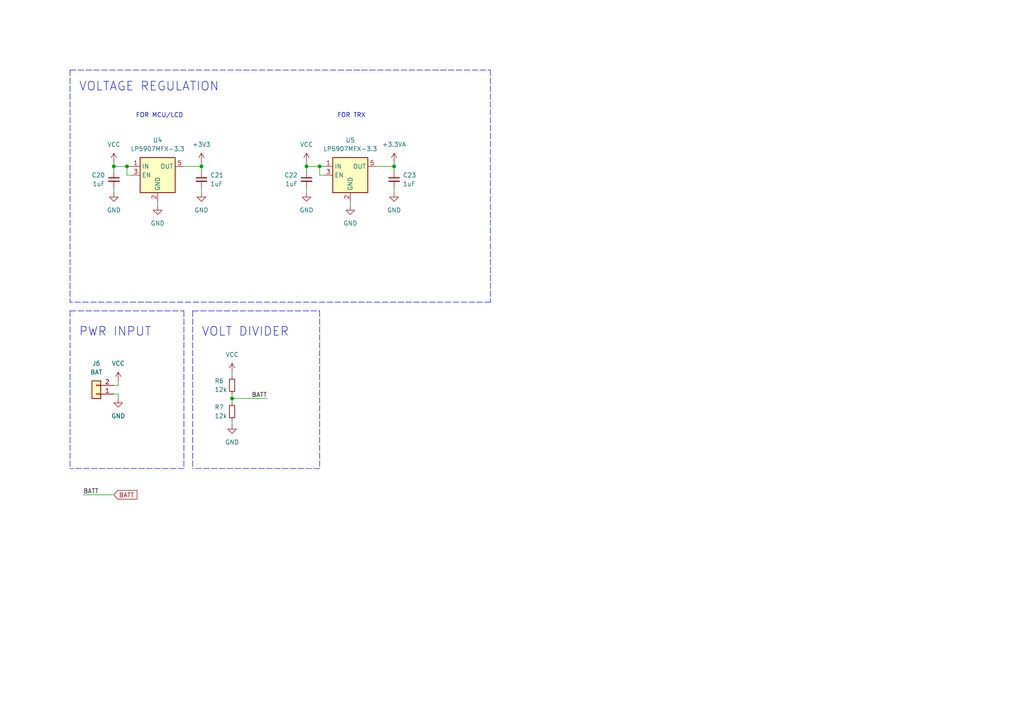
<source format=kicad_sch>
(kicad_sch (version 20211123) (generator eeschema)
  (paper "A4")
  (lib_symbols
    (symbol "Connector_Generic:Conn_01x02" (pin_names (offset 1.016) hide)
      (property "Reference" "J" (at 0 2.54 0))
      (property "Value" "Conn_01x02" (at 0 -5.08 0))
      (symbol "Conn_01x02_1_1"
        (rectangle (start -1.27 -2.413) (end 0 -2.667) (stroke (width 0.1524)))
        (rectangle (start -1.27 0.127) (end 0 -0.127) (stroke (width 0.1524)))
        (rectangle (start -1.27 1.27) (end 1.27 -3.81) (stroke (width 0.254)) (fill (type background)))
        (pin passive line (at -5.08 0 0) (length 3.81) (name "Pin_1") (number "1"))
        (pin passive line (at -5.08 -2.54 0) (length 3.81) (name "Pin_2") (number "2"))
      )
    )
    (symbol "Device:C_Small" (pin_numbers hide) (pin_names (offset 0.254) hide)
      (property "Reference" "C" (at 0.254 1.778 0))
      (property "Value" "C_Small" (at 0.254 -2.032 0))
      (symbol "C_Small_0_1"
        (polyline (pts (xy -1.524 -0.508) (xy 1.524 -0.508)) (stroke (width 0.3302)))
        (polyline (pts (xy -1.524 0.508) (xy 1.524 0.508)) (stroke (width 0.3048)))
      )
      (symbol "C_Small_1_1"
        (pin passive line (at 0 2.54 270) (length 2.032) (name "~") (number "1"))
        (pin passive line (at 0 -2.54 90) (length 2.032) (name "~") (number "2"))
      )
    )
    (symbol "Device:R_Small" (pin_numbers hide) (pin_names (offset 0.254) hide)
      (property "Reference" "R" (at 0.762 0.508 0))
      (property "Value" "R_Small" (at 0.762 -1.016 0))
      (symbol "R_Small_0_1"
        (rectangle (start -0.762 1.778) (end 0.762 -1.778) (stroke (width 0.2032)))
      )
      (symbol "R_Small_1_1"
        (pin passive line (at 0 2.54 270) (length 0.762) (name "~") (number "1"))
        (pin passive line (at 0 -2.54 90) (length 0.762) (name "~") (number "2"))
      )
    )
    (symbol "Regulator_Linear:LP5907MFX-3.3"
      (property "Reference" "U" (at -3.81 6.35 0))
      (property "Value" "LP5907MFX-3.3" (at 6.35 6.35 0))
      (symbol "LP5907MFX-3.3_0_1"
        (rectangle (start -5.08 -5.08) (end 5.08 5.08) (stroke (width 0.254)) (fill (type background)))
        (pin power_in line (at -7.62 2.54 0) (length 2.54) (name "IN") (number "1"))
        (pin power_in line (at 0 -7.62 90) (length 2.54) (name "GND") (number "2"))
        (pin input line (at -7.62 0 0) (length 2.54) (name "EN") (number "3"))
        (pin no_connect line (at 5.08 0 180) (length 2.54) hide (name "NC") (number "4"))
        (pin power_out line (at 7.62 2.54 180) (length 2.54) (name "OUT") (number "5"))
      )
    )
    (symbol "power:+3.3V" (power) (pin_names (offset 0))
      (property "Value" "+3.3V" (at 0 3.556 0))
      (symbol "+3.3V_0_1"
        (polyline (pts (xy -0.762 1.27) (xy 0 2.54)))
        (polyline (pts (xy 0 0) (xy 0 2.54)))
        (polyline (pts (xy 0 2.54) (xy 0.762 1.27)))
      )
      (symbol "+3.3V_1_1"
        (pin power_in line (at 0 0 90) (length 0) hide (name "+3V3") (number "1"))
      )
    )
    (symbol "power:+3.3VA" (power) (pin_names (offset 0))
      (property "Value" "+3.3VA" (at 0 3.556 0))
      (symbol "+3.3VA_0_1"
        (polyline (pts (xy -0.762 1.27) (xy 0 2.54)))
        (polyline (pts (xy 0 0) (xy 0 2.54)))
        (polyline (pts (xy 0 2.54) (xy 0.762 1.27)))
      )
      (symbol "+3.3VA_1_1"
        (pin power_in line (at 0 0 90) (length 0) hide (name "+3.3VA") (number "1"))
      )
    )
    (symbol "power:GND" (power) (pin_names (offset 0))
      (property "Value" "GND" (at 0 -3.81 0))
      (symbol "GND_0_1"
        (polyline (pts (xy 0 0) (xy 0 -1.27) (xy 1.27 -1.27) (xy 0 -2.54) (xy -1.27 -1.27) (xy 0 -1.27)))
      )
      (symbol "GND_1_1"
        (pin power_in line (at 0 0 270) (length 0) hide (name "GND") (number "1"))
      )
    )
    (symbol "power:VCC" (power) (pin_names (offset 0))
      (property "Value" "VCC" (at 0 3.81 0))
      (symbol "VCC_0_1"
        (polyline (pts (xy -0.762 1.27) (xy 0 2.54)))
        (polyline (pts (xy 0 0) (xy 0 2.54)))
        (polyline (pts (xy 0 2.54) (xy 0.762 1.27)))
      )
      (symbol "VCC_1_1"
        (pin power_in line (at 0 0 90) (length 0) hide (name "VCC") (number "1"))
      )
    )
  )
  (junction (at 36.83 48.26))
  (junction (at 67.31 115.57))
  (junction (at 58.42 48.26))
  (junction (at 33.02 48.26))
  (junction (at 114.3 48.26))
  (junction (at 88.9 48.26))
  (junction (at 92.71 48.26))
  (polyline (pts (xy 20.32 20.32) (xy 20.32 87.63)))
  (wire (pts (xy 67.31 121.92) (xy 67.31 123.19)))
  (wire (pts (xy 33.02 54.61) (xy 33.02 55.88)))
  (wire (pts (xy 33.02 46.99) (xy 33.02 48.26)))
  (polyline (pts (xy 20.32 20.32) (xy 142.24 20.32)))
  (wire (pts (xy 53.34 48.26) (xy 58.42 48.26)))
  (polyline (pts (xy 20.32 90.17) (xy 20.32 135.89)))
  (wire (pts (xy 88.9 48.26) (xy 92.71 48.26)))
  (wire (pts (xy 109.22 48.26) (xy 114.3 48.26)))
  (wire (pts (xy 58.42 48.26) (xy 58.42 46.99)))
  (polyline (pts (xy 20.32 90.17) (xy 53.34 90.17)))
  (wire (pts (xy 67.31 115.57) (xy 67.31 116.84)))
  (wire (pts (xy 58.42 48.26) (xy 58.42 49.53)))
  (polyline (pts (xy 53.34 135.89) (xy 20.32 135.89)))
  (wire (pts (xy 101.6 58.42) (xy 101.6 59.69)))
  (wire (pts (xy 33.02 48.26) (xy 36.83 48.26)))
  (wire (pts (xy 33.02 48.26) (xy 33.02 49.53)))
  (wire (pts (xy 67.31 115.57) (xy 77.47 115.57)))
  (wire (pts (xy 34.29 111.76) (xy 33.02 111.76)))
  (wire (pts (xy 88.9 54.61) (xy 88.9 55.88)))
  (polyline (pts (xy 92.71 90.17) (xy 92.71 135.89)))
  (wire (pts (xy 34.29 115.57) (xy 34.29 114.3)))
  (wire (pts (xy 36.83 48.26) (xy 38.1 48.26)))
  (wire (pts (xy 114.3 54.61) (xy 114.3 55.88)))
  (wire (pts (xy 114.3 48.26) (xy 114.3 49.53)))
  (wire (pts (xy 88.9 46.99) (xy 88.9 48.26)))
  (wire (pts (xy 92.71 50.8) (xy 93.98 50.8)))
  (wire (pts (xy 92.71 48.26) (xy 93.98 48.26)))
  (polyline (pts (xy 92.71 135.89) (xy 55.88 135.89)))
  (polyline (pts (xy 55.88 90.17) (xy 92.71 90.17)))
  (polyline (pts (xy 142.24 20.32) (xy 142.24 87.63)))
  (wire (pts (xy 114.3 48.26) (xy 114.3 46.99)))
  (wire (pts (xy 92.71 48.26) (xy 92.71 50.8)))
  (wire (pts (xy 88.9 48.26) (xy 88.9 49.53)))
  (polyline (pts (xy 53.34 90.17) (xy 53.34 135.89)))
  (wire (pts (xy 67.31 114.3) (xy 67.31 115.57)))
  (wire (pts (xy 24.13 143.51) (xy 33.02 143.51)))
  (wire (pts (xy 67.31 107.95) (xy 67.31 109.22)))
  (wire (pts (xy 34.29 110.49) (xy 34.29 111.76)))
  (wire (pts (xy 45.72 58.42) (xy 45.72 59.69)))
  (wire (pts (xy 38.1 50.8) (xy 36.83 50.8)))
  (wire (pts (xy 58.42 54.61) (xy 58.42 55.88)))
  (polyline (pts (xy 142.24 87.63) (xy 20.32 87.63)))
  (wire (pts (xy 34.29 114.3) (xy 33.02 114.3)))
  (polyline (pts (xy 55.88 90.17) (xy 55.88 135.89)))
  (wire (pts (xy 36.83 50.8) (xy 36.83 48.26)))
  (text "FOR MCU/LCD" (at 39.37 34.29 0) (effects (font (size 1.27 1.27)) (justify left bottom)))
  (text "FOR TRX" (at 97.79 34.29 0) (effects (font (size 1.27 1.27)) (justify left bottom)))
  (text "PWR INPUT" (at 22.86 97.79 0) (effects (font (size 2.54 2.54)) (justify left bottom)))
  (text "VOLTAGE REGULATION" (at 22.86 26.67 0) (effects (font (size 2.54 2.54)) (justify left bottom)))
  (text "VOLT DIVIDER" (at 58.42 97.79 0) (effects (font (size 2.54 2.54)) (justify left bottom)))
  (label "BATT" (at 24.13 143.51 0))
  (label "BATT" (at 77.47 115.57 180))
  (global_label "BATT" (shape input) (at 33.02 143.51 0) (property "Intersheet References" "${INTERSHEET_REFS}" (effects hide)))
  (symbol (lib_id "power:VCC") (at 34.29 110.49 0) (unit 1)
    (property "Reference" "#PWR025" (effects hide))
    (property "Value" "VCC" (at 34.29 105.41 0))
  )
  (symbol (lib_id "power:GND") (at 58.42 55.88 0) (unit 1)
    (property "Reference" "#PWR029" (effects hide))
    (property "Value" "GND" (at 58.42 60.96 0))
  )
  (symbol (lib_id "power:GND") (at 114.3 55.88 0) (unit 1)
    (property "Reference" "#PWR036" (effects hide))
    (property "Value" "GND" (at 114.3 60.96 0))
  )
  (symbol (lib_id "Regulator_Linear:LP5907MFX-3.3") (at 101.6 50.8 0) (unit 1)
    (property "Reference" "U5" (at 101.6 40.64 0))
    (property "Value" "LP5907MFX-3.3" (at 101.6 43.18 0))
    (property "Footprint" "Package_TO_SOT_SMD:SOT-23-5" (effects hide))
    (property "Datasheet" "http://www.ti.com/lit/ds/symlink/lp5907.pdf" (effects hide))
  )
  (symbol (lib_id "power:GND") (at 33.02 55.88 0) (unit 1)
    (property "Reference" "#PWR024" (effects hide))
    (property "Value" "GND" (at 33.02 60.96 0))
  )
  (symbol (lib_id "Device:C_Small") (at 88.9 52.07 0) (unit 1)
    (property "Reference" "C22" (at 86.36 50.8062 0) (effects (justify right)))
    (property "Value" "1uF" (at 86.36 53.3462 0) (effects (justify right)))
    (property "Footprint" "Capacitor_SMD:C_0603_1608Metric" (effects hide))
  )
  (symbol (lib_id "power:VCC") (at 88.9 46.99 0) (unit 1)
    (property "Reference" "#PWR032" (effects hide))
    (property "Value" "VCC" (at 88.9 41.91 0))
  )
  (symbol (lib_id "Device:C_Small") (at 114.3 52.07 0) (unit 1)
    (property "Reference" "C23" (at 116.84 50.8062 0) (effects (justify left)))
    (property "Value" "1uF" (at 116.84 53.3462 0) (effects (justify left)))
    (property "Footprint" "Capacitor_SMD:C_0603_1608Metric" (effects hide))
  )
  (symbol (lib_id "power:GND") (at 45.72 59.69 0) (unit 1)
    (property "Reference" "#PWR027" (effects hide))
    (property "Value" "GND" (at 45.72 64.77 0))
  )
  (symbol (lib_id "power:GND") (at 101.6 59.69 0) (unit 1)
    (property "Reference" "#PWR034" (effects hide))
    (property "Value" "GND" (at 101.6 64.77 0))
  )
  (symbol (lib_id "Connector_Generic:Conn_01x02") (at 27.94 114.3 180) (unit 1)
    (property "Reference" "J6" (at 27.94 105.41 0))
    (property "Value" "BAT" (at 27.94 107.95 0))
    (property "Footprint" "Connector_PinHeader_2.54mm:PinHeader_1x02_P2.54mm_Vertical" (effects hide))
  )
  (symbol (lib_id "power:VCC") (at 67.31 107.95 0) (unit 1)
    (property "Reference" "#PWR030" (effects hide))
    (property "Value" "VCC" (at 67.31 102.87 0))
  )
  (symbol (lib_id "Device:C_Small") (at 58.42 52.07 0) (unit 1)
    (property "Reference" "C21" (at 60.96 50.8062 0) (effects (justify left)))
    (property "Value" "1uF" (at 60.96 53.3462 0) (effects (justify left)))
    (property "Footprint" "Capacitor_SMD:C_0603_1608Metric" (effects hide))
  )
  (symbol (lib_id "power:+3.3VA") (at 114.3 46.99 0) (unit 1)
    (property "Reference" "#PWR035" (effects hide))
    (property "Value" "+3.3VA" (at 114.3 41.91 0))
  )
  (symbol (lib_id "power:GND") (at 88.9 55.88 0) (unit 1)
    (property "Reference" "#PWR033" (effects hide))
    (property "Value" "GND" (at 88.9 60.96 0))
  )
  (symbol (lib_id "Regulator_Linear:LP5907MFX-3.3") (at 45.72 50.8 0) (unit 1)
    (property "Reference" "U4" (at 45.72 40.64 0))
    (property "Value" "LP5907MFX-3.3" (at 45.72 43.18 0))
    (property "Footprint" "Package_TO_SOT_SMD:SOT-23-5" (effects hide))
    (property "Datasheet" "http://www.ti.com/lit/ds/symlink/lp5907.pdf" (effects hide))
  )
  (symbol (lib_id "power:VCC") (at 33.02 46.99 0) (unit 1)
    (property "Reference" "#PWR023" (effects hide))
    (property "Value" "VCC" (at 33.02 41.91 0))
  )
  (symbol (lib_id "Device:R_Small") (at 67.31 119.38 0) (unit 1)
    (property "Reference" "R7" (at 62.23 118.11 0) (effects (justify left)))
    (property "Value" "12k" (at 62.23 120.65 0) (effects (justify left)))
    (property "Footprint" "LED_SMD:LED_0402_1005Metric" (effects hide))
  )
  (symbol (lib_id "power:GND") (at 67.31 123.19 0) (unit 1)
    (property "Reference" "#PWR031" (effects hide))
    (property "Value" "GND" (at 67.31 128.27 0))
  )
  (symbol (lib_id "Device:C_Small") (at 33.02 52.07 0) (unit 1)
    (property "Reference" "C20" (at 30.48 50.8062 0) (effects (justify right)))
    (property "Value" "1uF" (at 30.48 53.3462 0) (effects (justify right)))
    (property "Footprint" "Capacitor_SMD:C_0603_1608Metric" (effects hide))
  )
  (symbol (lib_id "Device:R_Small") (at 67.31 111.76 0) (unit 1)
    (property "Reference" "R6" (at 62.23 110.49 0) (effects (justify left)))
    (property "Value" "12k" (at 62.23 113.03 0) (effects (justify left)))
    (property "Footprint" "LED_SMD:LED_0402_1005Metric" (effects hide))
  )
  (symbol (lib_id "power:GND") (at 34.29 115.57 0) (unit 1)
    (property "Reference" "#PWR026" (effects hide))
    (property "Value" "GND" (at 34.29 120.65 0))
  )
  (symbol (lib_id "power:+3.3V") (at 58.42 46.99 0) (unit 1)
    (property "Reference" "#PWR028" (effects hide))
    (property "Value" "+3.3V" (at 58.42 41.91 0))
  )
)
</source>
